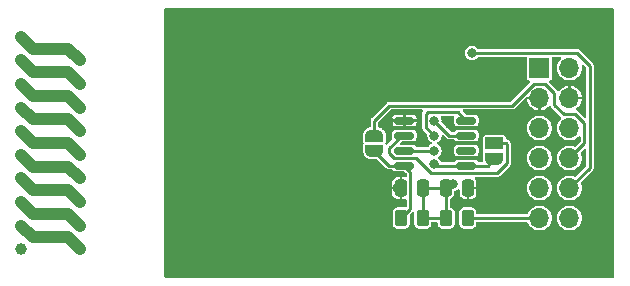
<source format=gbr>
%TF.GenerationSoftware,KiCad,Pcbnew,7.0.4*%
%TF.CreationDate,2023-05-26T13:26:56+02:00*%
%TF.ProjectId,AS4432_868,41533434-3332-45f3-9836-382e6b696361,rev?*%
%TF.SameCoordinates,Original*%
%TF.FileFunction,Copper,L2,Bot*%
%TF.FilePolarity,Positive*%
%FSLAX46Y46*%
G04 Gerber Fmt 4.6, Leading zero omitted, Abs format (unit mm)*
G04 Created by KiCad (PCBNEW 7.0.4) date 2023-05-26 13:26:56*
%MOMM*%
%LPD*%
G01*
G04 APERTURE LIST*
G04 Aperture macros list*
%AMRoundRect*
0 Rectangle with rounded corners*
0 $1 Rounding radius*
0 $2 $3 $4 $5 $6 $7 $8 $9 X,Y pos of 4 corners*
0 Add a 4 corners polygon primitive as box body*
4,1,4,$2,$3,$4,$5,$6,$7,$8,$9,$2,$3,0*
0 Add four circle primitives for the rounded corners*
1,1,$1+$1,$2,$3*
1,1,$1+$1,$4,$5*
1,1,$1+$1,$6,$7*
1,1,$1+$1,$8,$9*
0 Add four rect primitives between the rounded corners*
20,1,$1+$1,$2,$3,$4,$5,0*
20,1,$1+$1,$4,$5,$6,$7,0*
20,1,$1+$1,$6,$7,$8,$9,0*
20,1,$1+$1,$8,$9,$2,$3,0*%
%AMFreePoly0*
4,1,19,0.550000,-0.750000,0.000000,-0.750000,0.000000,-0.744911,-0.071157,-0.744911,-0.207708,-0.704816,-0.327430,-0.627875,-0.420627,-0.520320,-0.479746,-0.390866,-0.500000,-0.250000,-0.500000,0.250000,-0.479746,0.390866,-0.420627,0.520320,-0.327430,0.627875,-0.207708,0.704816,-0.071157,0.744911,0.000000,0.744911,0.000000,0.750000,0.550000,0.750000,0.550000,-0.750000,0.550000,-0.750000,
$1*%
%AMFreePoly1*
4,1,19,0.000000,0.744911,0.071157,0.744911,0.207708,0.704816,0.327430,0.627875,0.420627,0.520320,0.479746,0.390866,0.500000,0.250000,0.500000,-0.250000,0.479746,-0.390866,0.420627,-0.520320,0.327430,-0.627875,0.207708,-0.704816,0.071157,-0.744911,0.000000,-0.744911,0.000000,-0.750000,-0.550000,-0.750000,-0.550000,0.750000,0.000000,0.750000,0.000000,0.744911,0.000000,0.744911,
$1*%
%AMFreePoly2*
4,1,19,0.500000,-0.750000,0.000000,-0.750000,0.000000,-0.744911,-0.071157,-0.744911,-0.207708,-0.704816,-0.327430,-0.627875,-0.420627,-0.520320,-0.479746,-0.390866,-0.500000,-0.250000,-0.500000,0.250000,-0.479746,0.390866,-0.420627,0.520320,-0.327430,0.627875,-0.207708,0.704816,-0.071157,0.744911,0.000000,0.744911,0.000000,0.750000,0.500000,0.750000,0.500000,-0.750000,0.500000,-0.750000,
$1*%
%AMFreePoly3*
4,1,19,0.000000,0.744911,0.071157,0.744911,0.207708,0.704816,0.327430,0.627875,0.420627,0.520320,0.479746,0.390866,0.500000,0.250000,0.500000,-0.250000,0.479746,-0.390866,0.420627,-0.520320,0.327430,-0.627875,0.207708,-0.704816,0.071157,-0.744911,0.000000,-0.744911,0.000000,-0.750000,-0.500000,-0.750000,-0.500000,0.750000,0.000000,0.750000,0.000000,0.744911,0.000000,0.744911,
$1*%
G04 Aperture macros list end*
%TA.AperFunction,EtchedComponent*%
%ADD10C,1.000000*%
%TD*%
%TA.AperFunction,ComponentPad*%
%ADD11R,1.700000X1.700000*%
%TD*%
%TA.AperFunction,ComponentPad*%
%ADD12O,1.700000X1.700000*%
%TD*%
%TA.AperFunction,ComponentPad*%
%ADD13C,1.000000*%
%TD*%
%TA.AperFunction,SMDPad,CuDef*%
%ADD14RoundRect,0.250000X-0.250000X-0.475000X0.250000X-0.475000X0.250000X0.475000X-0.250000X0.475000X0*%
%TD*%
%TA.AperFunction,SMDPad,CuDef*%
%ADD15RoundRect,0.250000X-0.262500X-0.450000X0.262500X-0.450000X0.262500X0.450000X-0.262500X0.450000X0*%
%TD*%
%TA.AperFunction,SMDPad,CuDef*%
%ADD16FreePoly0,270.000000*%
%TD*%
%TA.AperFunction,SMDPad,CuDef*%
%ADD17R,1.500000X1.000000*%
%TD*%
%TA.AperFunction,SMDPad,CuDef*%
%ADD18FreePoly1,270.000000*%
%TD*%
%TA.AperFunction,SMDPad,CuDef*%
%ADD19RoundRect,0.250000X0.250000X0.475000X-0.250000X0.475000X-0.250000X-0.475000X0.250000X-0.475000X0*%
%TD*%
%TA.AperFunction,SMDPad,CuDef*%
%ADD20FreePoly2,90.000000*%
%TD*%
%TA.AperFunction,SMDPad,CuDef*%
%ADD21FreePoly3,90.000000*%
%TD*%
%TA.AperFunction,SMDPad,CuDef*%
%ADD22RoundRect,0.150000X-0.675000X-0.150000X0.675000X-0.150000X0.675000X0.150000X-0.675000X0.150000X0*%
%TD*%
%TA.AperFunction,SMDPad,CuDef*%
%ADD23RoundRect,0.250000X0.262500X0.450000X-0.262500X0.450000X-0.262500X-0.450000X0.262500X-0.450000X0*%
%TD*%
%TA.AperFunction,ViaPad*%
%ADD24C,0.800000*%
%TD*%
%TA.AperFunction,Conductor*%
%ADD25C,0.250000*%
%TD*%
G04 APERTURE END LIST*
D10*
%TO.C,AE1*%
X106960000Y-57530000D02*
X109960000Y-57530000D01*
X109960000Y-57530000D02*
X110960000Y-58530000D01*
X105960000Y-56530000D02*
X106960000Y-57530000D01*
X106960000Y-55530000D02*
X109960000Y-55530000D01*
X109960000Y-55530000D02*
X110960000Y-56530000D01*
X105960000Y-54530000D02*
X106960000Y-55530000D01*
X106960000Y-53530000D02*
X109960000Y-53530000D01*
X109960000Y-53530000D02*
X110960000Y-54530000D01*
X105960000Y-52530000D02*
X106960000Y-53530000D01*
X106960000Y-51530000D02*
X109960000Y-51530000D01*
X109960000Y-51530000D02*
X110960000Y-52530000D01*
X105960000Y-50530000D02*
X106960000Y-51530000D01*
X106960000Y-49530000D02*
X109960000Y-49530000D01*
X109960000Y-49530000D02*
X110960000Y-50530000D01*
X105960000Y-48530000D02*
X106960000Y-49530000D01*
X106960000Y-47530000D02*
X109960000Y-47530000D01*
X109960000Y-47530000D02*
X110960000Y-48530000D01*
X105960000Y-46530000D02*
X106960000Y-47530000D01*
X106960000Y-45530000D02*
X109960000Y-45530000D01*
X109960000Y-45530000D02*
X110960000Y-46530000D01*
X105960000Y-44530000D02*
X106960000Y-45530000D01*
X106960000Y-43530000D02*
X109960000Y-43530000D01*
X109960000Y-43530000D02*
X110960000Y-44530000D01*
X105960000Y-42530000D02*
X106960000Y-43530000D01*
X106960000Y-41530000D02*
X109960000Y-41530000D01*
X109960000Y-41530000D02*
X110960000Y-42530000D01*
X105960000Y-40530000D02*
X106960000Y-41530000D01*
%TD*%
D11*
%TO.P,J1,1,Pin_1*%
%TO.N,VCC*%
X149860000Y-43180000D03*
D12*
%TO.P,J1,2,Pin_2*%
X152400000Y-43180000D03*
%TO.P,J1,3,Pin_3*%
%TO.N,GND*%
X149860000Y-45720000D03*
%TO.P,J1,4,Pin_4*%
X152400000Y-45720000D03*
%TO.P,J1,5,Pin_5*%
%TO.N,SCK*%
X149860000Y-48260000D03*
%TO.P,J1,6,Pin_6*%
%TO.N,unconnected-(J1-Pin_6-Pad6)*%
X152400000Y-48260000D03*
%TO.P,J1,7,Pin_7*%
%TO.N,MISO*%
X149860000Y-50800000D03*
%TO.P,J1,8,Pin_8*%
%TO.N,nCS2*%
X152400000Y-50800000D03*
%TO.P,J1,9,Pin_9*%
%TO.N,MOSI*%
X149860000Y-53340000D03*
%TO.P,J1,10,Pin_10*%
%TO.N,nRESET*%
X152400000Y-53340000D03*
%TO.P,J1,11,Pin_11*%
%TO.N,nCS*%
X149860000Y-55880000D03*
%TO.P,J1,12,Pin_12*%
%TO.N,IRQ*%
X152400000Y-55880000D03*
%TD*%
D13*
%TO.P,AE1,*%
%TO.N,*%
X105960000Y-58530000D03*
X110960000Y-58530000D03*
X105960000Y-56530000D03*
X110960000Y-56530000D03*
X105960000Y-54530000D03*
X110960000Y-54530000D03*
X105960000Y-52530000D03*
X110960000Y-52530000D03*
X105960000Y-50530000D03*
X110960000Y-50530000D03*
X105960000Y-48530000D03*
X110960000Y-48530000D03*
X105960000Y-46530000D03*
X110960000Y-46530000D03*
X105960000Y-44530000D03*
X110960000Y-44530000D03*
X105960000Y-42530000D03*
X110960000Y-42530000D03*
X105960000Y-40530000D03*
%TD*%
D14*
%TO.P,C1,1*%
%TO.N,VCC*%
X141925000Y-53340000D03*
%TO.P,C1,2*%
%TO.N,GND*%
X143825000Y-53340000D03*
%TD*%
D15*
%TO.P,R2,1*%
%TO.N,VCC*%
X141962500Y-55880000D03*
%TO.P,R2,2*%
%TO.N,nCS*%
X143787500Y-55880000D03*
%TD*%
D16*
%TO.P,JP1,1,A*%
%TO.N,GND*%
X146050000Y-48260000D03*
D17*
%TO.P,JP1,2,C*%
%TO.N,Net-(JP1-C)*%
X146050000Y-49560000D03*
D18*
%TO.P,JP1,3,B*%
%TO.N,VCC*%
X146050000Y-50860000D03*
%TD*%
D19*
%TO.P,C2,1*%
%TO.N,VCC*%
X140015000Y-53340000D03*
%TO.P,C2,2*%
%TO.N,GND*%
X138115000Y-53340000D03*
%TD*%
D20*
%TO.P,JP2,1,A*%
%TO.N,nCS_Flash*%
X135890000Y-50195000D03*
D21*
%TO.P,JP2,2,B*%
%TO.N,nCS2*%
X135890000Y-48895000D03*
%TD*%
D22*
%TO.P,U2,1,~{CS}*%
%TO.N,nCS_Flash*%
X138430000Y-51435000D03*
%TO.P,U2,2,O1/SO*%
%TO.N,MISO*%
X138430000Y-50165000D03*
%TO.P,U2,3,~{WP}*%
%TO.N,Net-(JP1-C)*%
X138430000Y-48895000D03*
%TO.P,U2,4,VSS*%
%TO.N,GND*%
X138430000Y-47625000D03*
%TO.P,U2,5,SI/IO0*%
%TO.N,MOSI*%
X143680000Y-47625000D03*
%TO.P,U2,6,SCLK*%
%TO.N,SCK*%
X143680000Y-48895000D03*
%TO.P,U2,7,NC*%
%TO.N,unconnected-(U2-NC-Pad7)*%
X143680000Y-50165000D03*
%TO.P,U2,8,VCC*%
%TO.N,VCC*%
X143680000Y-51435000D03*
%TD*%
D23*
%TO.P,R1,1*%
%TO.N,VCC*%
X139977500Y-55880000D03*
%TO.P,R1,2*%
%TO.N,nCS_Flash*%
X138152500Y-55880000D03*
%TD*%
D24*
%TO.N,GND*%
X155575000Y-56515000D03*
X125095000Y-60325000D03*
X141605000Y-38735000D03*
X142875000Y-60325000D03*
X155575000Y-41275000D03*
X153035000Y-38735000D03*
X120015000Y-38735000D03*
X128905000Y-38735000D03*
X145415000Y-54610000D03*
X155575000Y-50165000D03*
X145415000Y-57150000D03*
X131445000Y-60325000D03*
X140335000Y-60325000D03*
X123825000Y-38735000D03*
X153035000Y-60325000D03*
X148590000Y-49530000D03*
X121285000Y-38735000D03*
X132715000Y-38735000D03*
X133985000Y-38735000D03*
X155575000Y-38735000D03*
X133985000Y-60325000D03*
X155575000Y-47625000D03*
X136525000Y-60325000D03*
X155575000Y-57785000D03*
X154305000Y-38735000D03*
X121285000Y-60325000D03*
X155575000Y-60325000D03*
X126365000Y-38735000D03*
X118745000Y-60325000D03*
X146685000Y-60325000D03*
X147955000Y-38735000D03*
X155575000Y-40005000D03*
X145415000Y-60325000D03*
X155575000Y-53975000D03*
X150495000Y-60325000D03*
X130175000Y-60325000D03*
X144145000Y-60325000D03*
X155575000Y-51435000D03*
X154305000Y-60325000D03*
X144145000Y-38735000D03*
X120015000Y-60325000D03*
X123825000Y-60325000D03*
X155575000Y-59055000D03*
X147955000Y-43180000D03*
X145415000Y-38735000D03*
X135255000Y-38735000D03*
X131445000Y-38735000D03*
X139065000Y-38735000D03*
X151765000Y-60325000D03*
X122555000Y-38735000D03*
X155575000Y-52705000D03*
X155575000Y-42545000D03*
X136525000Y-38735000D03*
X118745000Y-38735000D03*
X140335000Y-38735000D03*
X128905000Y-60325000D03*
X137160000Y-47625000D03*
X130175000Y-38735000D03*
X139065000Y-60325000D03*
X141605000Y-60325000D03*
X142875000Y-38735000D03*
X155575000Y-43815000D03*
X155575000Y-55245000D03*
X146685000Y-38735000D03*
X155575000Y-46355000D03*
X155575000Y-48895000D03*
X149225000Y-60325000D03*
X132715000Y-60325000D03*
X150495000Y-38735000D03*
X137795000Y-38735000D03*
X155575000Y-45085000D03*
X147955000Y-60325000D03*
X149225000Y-38735000D03*
X137795000Y-60325000D03*
X127635000Y-60325000D03*
X125095000Y-38735000D03*
X122555000Y-60325000D03*
X151765000Y-38735000D03*
X127635000Y-38735000D03*
X126365000Y-60325000D03*
X135255000Y-60325000D03*
X137795000Y-53340000D03*
%TO.N,nRESET*%
X144145000Y-41910000D03*
%TO.N,nCS*%
X143787500Y-55880000D03*
%TO.N,SCK*%
X140970000Y-47625000D03*
%TO.N,MOSI*%
X140970000Y-48895000D03*
%TO.N,MISO*%
X140970000Y-50165000D03*
%TO.N,VCC*%
X140970000Y-51345500D03*
X142568418Y-52997863D03*
%TD*%
D25*
%TO.N,nRESET*%
X154120000Y-51620000D02*
X154120000Y-42995000D01*
X154120000Y-42995000D02*
X153035000Y-41910000D01*
X153035000Y-41910000D02*
X144145000Y-41910000D01*
X152400000Y-53340000D02*
X154120000Y-51620000D01*
%TO.N,nCS*%
X143787500Y-55880000D02*
X149860000Y-55880000D01*
%TO.N,SCK*%
X142240000Y-48895000D02*
X143680000Y-48895000D01*
X140970000Y-47625000D02*
X142240000Y-48895000D01*
%TO.N,MOSI*%
X142955000Y-46900000D02*
X140425000Y-46900000D01*
X140245000Y-48170000D02*
X140970000Y-48895000D01*
X143680000Y-47625000D02*
X142955000Y-46900000D01*
X140245000Y-47080000D02*
X140245000Y-48170000D01*
X140425000Y-46900000D02*
X140245000Y-47080000D01*
%TO.N,MISO*%
X140970000Y-50165000D02*
X138430000Y-50165000D01*
%TO.N,VCC*%
X146050000Y-50860000D02*
X145475000Y-51435000D01*
X143680000Y-51435000D02*
X141059500Y-51435000D01*
X140335000Y-53340000D02*
X140015000Y-53340000D01*
X141962500Y-55880000D02*
X139977500Y-55880000D01*
X142267137Y-52997863D02*
X141925000Y-53340000D01*
X141925000Y-53340000D02*
X141962500Y-53377500D01*
X142568418Y-52997863D02*
X142267137Y-52997863D01*
X139977500Y-55880000D02*
X139977500Y-53377500D01*
X141059500Y-51435000D02*
X140970000Y-51345500D01*
X139977500Y-53377500D02*
X140015000Y-53340000D01*
X141962500Y-53377500D02*
X141962500Y-55880000D01*
X141925000Y-53340000D02*
X140015000Y-53340000D01*
X145475000Y-51435000D02*
X143680000Y-51435000D01*
%TO.N,Net-(JP1-C)*%
X137578249Y-50810000D02*
X139409195Y-50810000D01*
X137160000Y-50391751D02*
X137578249Y-50810000D01*
X147125000Y-51201727D02*
X147125000Y-49635000D01*
X147125000Y-49635000D02*
X147050000Y-49560000D01*
X146256227Y-52070500D02*
X147125000Y-51201727D01*
X138203249Y-48895000D02*
X137160000Y-49938249D01*
X147050000Y-49560000D02*
X146050000Y-49560000D01*
X140669695Y-52070500D02*
X146256227Y-52070500D01*
X139409195Y-50810000D02*
X140669695Y-52070500D01*
X138430000Y-48895000D02*
X138203249Y-48895000D01*
X137160000Y-49938249D02*
X137160000Y-50391751D01*
%TO.N,nCS2*%
X137160000Y-46355000D02*
X147563299Y-46355000D01*
X135890000Y-47625000D02*
X137160000Y-46355000D01*
X135890000Y-48895000D02*
X135890000Y-47625000D01*
X153670000Y-49530000D02*
X152400000Y-50800000D01*
X151130698Y-46302399D02*
X151913299Y-47085000D01*
X153670000Y-47868299D02*
X153670000Y-49530000D01*
X151913299Y-47085000D02*
X152886701Y-47085000D01*
X152886701Y-47085000D02*
X153670000Y-47868299D01*
X149373299Y-44545000D02*
X150346701Y-44545000D01*
X147563299Y-46355000D02*
X149373299Y-44545000D01*
X151130698Y-45328997D02*
X151130698Y-46302399D01*
X150346701Y-44545000D02*
X151130698Y-45328997D01*
%TO.N,nCS_Flash*%
X137130000Y-51435000D02*
X135890000Y-50195000D01*
X138430000Y-51435000D02*
X138940000Y-51945000D01*
X138430000Y-51435000D02*
X137130000Y-51435000D01*
X138940000Y-55092500D02*
X138152500Y-55880000D01*
X138940000Y-51945000D02*
X138940000Y-55092500D01*
%TD*%
%TA.AperFunction,Conductor*%
%TO.N,GND*%
G36*
X140000908Y-46699407D02*
G01*
X140036872Y-46748907D01*
X140036872Y-46810093D01*
X140006353Y-46855338D01*
X139991806Y-46867544D01*
X139971292Y-46903075D01*
X139968972Y-46906716D01*
X139945446Y-46940316D01*
X139945442Y-46940324D01*
X139945051Y-46941786D01*
X139935170Y-46965640D01*
X139934414Y-46966948D01*
X139934410Y-46966960D01*
X139927287Y-47007349D01*
X139926353Y-47011564D01*
X139915736Y-47051187D01*
X139915736Y-47051193D01*
X139919312Y-47092072D01*
X139919500Y-47096373D01*
X139919500Y-48153625D01*
X139919312Y-48157927D01*
X139915736Y-48198807D01*
X139921030Y-48218567D01*
X139926354Y-48238436D01*
X139927289Y-48242652D01*
X139934411Y-48283045D01*
X139935164Y-48284348D01*
X139945054Y-48308224D01*
X139945443Y-48309679D01*
X139945446Y-48309684D01*
X139968971Y-48343281D01*
X139971292Y-48346924D01*
X139991806Y-48382455D01*
X140023224Y-48408818D01*
X140026410Y-48411737D01*
X140346706Y-48732032D01*
X140374483Y-48786549D01*
X140374855Y-48814957D01*
X140364318Y-48894998D01*
X140364318Y-48895000D01*
X140384955Y-49051758D01*
X140384957Y-49051766D01*
X140445462Y-49197838D01*
X140445462Y-49197839D01*
X140535810Y-49315583D01*
X140541718Y-49323282D01*
X140541722Y-49323285D01*
X140541723Y-49323286D01*
X140667159Y-49419536D01*
X140713028Y-49438536D01*
X140759554Y-49478273D01*
X140773837Y-49537768D01*
X140750422Y-49594296D01*
X140713028Y-49621464D01*
X140667160Y-49640463D01*
X140541723Y-49736713D01*
X140541714Y-49736722D01*
X140503794Y-49786141D01*
X140494262Y-49798565D01*
X140492572Y-49800767D01*
X140442148Y-49835423D01*
X140414030Y-49839500D01*
X139466188Y-49839500D01*
X139407997Y-49820593D01*
X139396184Y-49810504D01*
X139394198Y-49808518D01*
X139394198Y-49808517D01*
X139311483Y-49725802D01*
X139311467Y-49725794D01*
X139206395Y-49674427D01*
X139179139Y-49670456D01*
X139138260Y-49664500D01*
X139138257Y-49664500D01*
X138133083Y-49664500D01*
X138074892Y-49645593D01*
X138038928Y-49596093D01*
X138038928Y-49534907D01*
X138063079Y-49495496D01*
X138134079Y-49424496D01*
X138188596Y-49396719D01*
X138204083Y-49395500D01*
X139138257Y-49395500D01*
X139138260Y-49395500D01*
X139206393Y-49385573D01*
X139311483Y-49334198D01*
X139394198Y-49251483D01*
X139445573Y-49146393D01*
X139455500Y-49078260D01*
X139455500Y-48711740D01*
X139445573Y-48643607D01*
X139394198Y-48538517D01*
X139311483Y-48455802D01*
X139307161Y-48453689D01*
X139206395Y-48404427D01*
X139179139Y-48400456D01*
X139138260Y-48394500D01*
X137721740Y-48394500D01*
X137687673Y-48399463D01*
X137653604Y-48404427D01*
X137548518Y-48455801D01*
X137465801Y-48538518D01*
X137414427Y-48643604D01*
X137414427Y-48643607D01*
X137404500Y-48711740D01*
X137404500Y-49078260D01*
X137409870Y-49115118D01*
X137414428Y-49146401D01*
X137415009Y-49148280D01*
X137414981Y-49150191D01*
X137415536Y-49154000D01*
X137414924Y-49154089D01*
X137414116Y-49209458D01*
X137390422Y-49247499D01*
X136989953Y-49647968D01*
X136935436Y-49675745D01*
X136875004Y-49666174D01*
X136831739Y-49622909D01*
X136829002Y-49616971D01*
X136817664Y-49600003D01*
X136801054Y-49541115D01*
X136817664Y-49489997D01*
X136828867Y-49473231D01*
X136844428Y-49395000D01*
X136844428Y-48823111D01*
X136836147Y-48765517D01*
X136795640Y-48627562D01*
X136771469Y-48574634D01*
X136768170Y-48569500D01*
X136693744Y-48453689D01*
X136693738Y-48453681D01*
X136655639Y-48409713D01*
X136655638Y-48409712D01*
X136655632Y-48409705D01*
X136655622Y-48409696D01*
X136546976Y-48315554D01*
X136546963Y-48315545D01*
X136498032Y-48284099D01*
X136498019Y-48284092D01*
X136473211Y-48272763D01*
X136367238Y-48224366D01*
X136367233Y-48224364D01*
X136367232Y-48224364D01*
X136311409Y-48207973D01*
X136300407Y-48206391D01*
X136245500Y-48179392D01*
X136216949Y-48125276D01*
X136215500Y-48108399D01*
X136215500Y-47808216D01*
X137405001Y-47808216D01*
X137414912Y-47876250D01*
X137466214Y-47981188D01*
X137548812Y-48063786D01*
X137653751Y-48115087D01*
X137721784Y-48124999D01*
X138329998Y-48124999D01*
X138330000Y-48124997D01*
X138330000Y-47725001D01*
X138329999Y-47725000D01*
X138530000Y-47725000D01*
X138530000Y-48124997D01*
X138530001Y-48124999D01*
X139138213Y-48124999D01*
X139138216Y-48124998D01*
X139206250Y-48115087D01*
X139311188Y-48063785D01*
X139393786Y-47981187D01*
X139445087Y-47876248D01*
X139455000Y-47808215D01*
X139455000Y-47725000D01*
X138530000Y-47725000D01*
X138329999Y-47725000D01*
X137405002Y-47725000D01*
X137405001Y-47725001D01*
X137405001Y-47808216D01*
X136215500Y-47808216D01*
X136215500Y-47800834D01*
X136234407Y-47742643D01*
X136244496Y-47730830D01*
X136450327Y-47524999D01*
X137405000Y-47524999D01*
X137405001Y-47525000D01*
X138329999Y-47525000D01*
X138330000Y-47524999D01*
X138530000Y-47524999D01*
X138530001Y-47525000D01*
X139454998Y-47525000D01*
X139454999Y-47524999D01*
X139454999Y-47441786D01*
X139454998Y-47441783D01*
X139445087Y-47373749D01*
X139393785Y-47268811D01*
X139311187Y-47186213D01*
X139206248Y-47134912D01*
X139138216Y-47125000D01*
X138530001Y-47125000D01*
X138530000Y-47125001D01*
X138530000Y-47524999D01*
X138330000Y-47524999D01*
X138330000Y-47125001D01*
X138329999Y-47125000D01*
X137721786Y-47125000D01*
X137721783Y-47125001D01*
X137653749Y-47134912D01*
X137548811Y-47186214D01*
X137466213Y-47268812D01*
X137414912Y-47373751D01*
X137405000Y-47441784D01*
X137405000Y-47524999D01*
X136450327Y-47524999D01*
X137265831Y-46709496D01*
X137320348Y-46681719D01*
X137335835Y-46680500D01*
X139942717Y-46680500D01*
X140000908Y-46699407D01*
G37*
%TD.AperFunction*%
%TA.AperFunction,Conductor*%
G36*
X151676468Y-42254407D02*
G01*
X151712432Y-42303907D01*
X151712432Y-42365093D01*
X151681082Y-42411028D01*
X151653595Y-42433585D01*
X151653585Y-42433595D01*
X151522316Y-42593547D01*
X151424768Y-42776045D01*
X151364699Y-42974065D01*
X151364698Y-42974070D01*
X151344417Y-43179996D01*
X151344417Y-43180003D01*
X151364698Y-43385929D01*
X151364699Y-43385934D01*
X151424768Y-43583954D01*
X151522316Y-43766452D01*
X151653585Y-43926404D01*
X151653590Y-43926410D01*
X151653595Y-43926414D01*
X151813547Y-44057683D01*
X151813548Y-44057683D01*
X151813550Y-44057685D01*
X151996046Y-44155232D01*
X152133996Y-44197078D01*
X152194065Y-44215300D01*
X152194070Y-44215301D01*
X152399997Y-44235583D01*
X152400000Y-44235583D01*
X152400003Y-44235583D01*
X152605929Y-44215301D01*
X152605934Y-44215300D01*
X152605933Y-44215299D01*
X152803954Y-44155232D01*
X152986450Y-44057685D01*
X153146410Y-43926410D01*
X153277685Y-43766450D01*
X153375232Y-43583954D01*
X153435300Y-43385934D01*
X153435301Y-43385929D01*
X153455583Y-43180003D01*
X153455583Y-43179997D01*
X153440194Y-43023754D01*
X153453306Y-42963990D01*
X153499043Y-42923347D01*
X153559933Y-42917350D01*
X153608721Y-42944046D01*
X153765504Y-43100829D01*
X153793281Y-43155346D01*
X153794500Y-43170833D01*
X153794500Y-47293464D01*
X153775593Y-47351655D01*
X153726093Y-47387619D01*
X153664907Y-47387619D01*
X153625496Y-47363468D01*
X153128442Y-46866414D01*
X153125523Y-46863229D01*
X153099157Y-46831806D01*
X153076519Y-46818736D01*
X153063619Y-46811288D01*
X153059989Y-46808975D01*
X153026385Y-46785446D01*
X153026380Y-46785443D01*
X153024925Y-46785054D01*
X153001049Y-46775164D01*
X152992245Y-46770081D01*
X152993367Y-46768136D01*
X152954627Y-46737861D01*
X152937769Y-46679044D01*
X152958702Y-46621551D01*
X152982933Y-46601197D01*
X152982118Y-46599977D01*
X152986170Y-46597268D01*
X153146050Y-46466059D01*
X153146059Y-46466050D01*
X153277268Y-46306170D01*
X153277275Y-46306160D01*
X153374765Y-46123767D01*
X153374767Y-46123762D01*
X153434808Y-45925836D01*
X153434809Y-45925831D01*
X153445232Y-45820000D01*
X152891746Y-45820000D01*
X152900000Y-45791889D01*
X152900000Y-45648111D01*
X152891746Y-45620000D01*
X153445232Y-45620000D01*
X153445232Y-45619999D01*
X153434809Y-45514168D01*
X153434808Y-45514163D01*
X153374767Y-45316237D01*
X153374765Y-45316232D01*
X153277275Y-45133839D01*
X153277268Y-45133829D01*
X153146059Y-44973949D01*
X153146050Y-44973940D01*
X152986170Y-44842731D01*
X152986160Y-44842724D01*
X152803767Y-44745234D01*
X152803762Y-44745232D01*
X152605836Y-44685191D01*
X152605831Y-44685190D01*
X152500000Y-44674767D01*
X152500000Y-45229235D01*
X152435763Y-45220000D01*
X152364237Y-45220000D01*
X152300000Y-45229235D01*
X152300000Y-44674767D01*
X152299999Y-44674767D01*
X152194168Y-44685190D01*
X152194163Y-44685191D01*
X151996237Y-44745232D01*
X151996232Y-44745234D01*
X151813839Y-44842724D01*
X151813829Y-44842731D01*
X151653949Y-44973940D01*
X151653940Y-44973949D01*
X151536936Y-45116519D01*
X151485404Y-45149506D01*
X151424325Y-45145904D01*
X151390779Y-45121808D01*
X151390527Y-45122109D01*
X151386538Y-45118762D01*
X151384568Y-45117347D01*
X151383893Y-45116542D01*
X151365106Y-45100779D01*
X151352469Y-45090175D01*
X151349292Y-45087263D01*
X150661531Y-44399504D01*
X150633754Y-44344987D01*
X150643325Y-44284555D01*
X150686590Y-44241290D01*
X150725019Y-44232064D01*
X150724912Y-44230976D01*
X150729738Y-44230500D01*
X150729748Y-44230500D01*
X150788231Y-44218867D01*
X150854552Y-44174552D01*
X150898867Y-44108231D01*
X150910500Y-44049748D01*
X150910500Y-42334499D01*
X150929407Y-42276309D01*
X150978907Y-42240345D01*
X151009500Y-42235500D01*
X151618277Y-42235500D01*
X151676468Y-42254407D01*
G37*
%TD.AperFunction*%
%TA.AperFunction,Conductor*%
G36*
X156143691Y-38144407D02*
G01*
X156179655Y-38193907D01*
X156184500Y-38224500D01*
X156184500Y-60835500D01*
X156165593Y-60893691D01*
X156116093Y-60929655D01*
X156085500Y-60934500D01*
X118209000Y-60934500D01*
X118150809Y-60915593D01*
X118114845Y-60866093D01*
X118110000Y-60835500D01*
X118110000Y-53869203D01*
X137415001Y-53869203D01*
X137417850Y-53899600D01*
X137417850Y-53899602D01*
X137462654Y-54027647D01*
X137543207Y-54136790D01*
X137543209Y-54136792D01*
X137652352Y-54217345D01*
X137780398Y-54262149D01*
X137810789Y-54264999D01*
X138014998Y-54264999D01*
X138015000Y-54264997D01*
X138015000Y-53440000D01*
X137415002Y-53440000D01*
X137415001Y-53440001D01*
X137415001Y-53869203D01*
X118110000Y-53869203D01*
X118110000Y-53239999D01*
X137415000Y-53239999D01*
X137415001Y-53240000D01*
X138014999Y-53240000D01*
X138015000Y-53239999D01*
X138015000Y-52415001D01*
X138014999Y-52415000D01*
X137810796Y-52415000D01*
X137780399Y-52417850D01*
X137780397Y-52417850D01*
X137652352Y-52462654D01*
X137543209Y-52543207D01*
X137543207Y-52543209D01*
X137462654Y-52652352D01*
X137417850Y-52780398D01*
X137415000Y-52810788D01*
X137415000Y-53239999D01*
X118110000Y-53239999D01*
X118110000Y-50266889D01*
X134935572Y-50266889D01*
X134936481Y-50273213D01*
X134943852Y-50324479D01*
X134943853Y-50324484D01*
X134972063Y-50420558D01*
X134984360Y-50462438D01*
X134997175Y-50490500D01*
X135008532Y-50515368D01*
X135008536Y-50515375D01*
X135086255Y-50636310D01*
X135086261Y-50636318D01*
X135086263Y-50636320D01*
X135124368Y-50680295D01*
X135124375Y-50680301D01*
X135124377Y-50680303D01*
X135233023Y-50774445D01*
X135233036Y-50774454D01*
X135281967Y-50805900D01*
X135281971Y-50805902D01*
X135281977Y-50805906D01*
X135412762Y-50865634D01*
X135468592Y-50882027D01*
X135516030Y-50888847D01*
X135610903Y-50902489D01*
X135610907Y-50902489D01*
X135669095Y-50902489D01*
X135678261Y-50901170D01*
X135683373Y-50900435D01*
X135697463Y-50899428D01*
X136082537Y-50899428D01*
X136096628Y-50900436D01*
X136108958Y-50902209D01*
X136163865Y-50929206D01*
X136164871Y-50930197D01*
X136888257Y-51653584D01*
X136891175Y-51656769D01*
X136916034Y-51686393D01*
X136917545Y-51688194D01*
X136953073Y-51708706D01*
X136956712Y-51711025D01*
X136990311Y-51734551D01*
X136990313Y-51734552D01*
X136990316Y-51734554D01*
X136991767Y-51734942D01*
X137015659Y-51744840D01*
X137016186Y-51745143D01*
X137016955Y-51745588D01*
X137057351Y-51752710D01*
X137061548Y-51753640D01*
X137101193Y-51764264D01*
X137142077Y-51760687D01*
X137146377Y-51760500D01*
X137393812Y-51760500D01*
X137452003Y-51779407D01*
X137463816Y-51789496D01*
X137465801Y-51791481D01*
X137465802Y-51791483D01*
X137548517Y-51874198D01*
X137554337Y-51877043D01*
X137653604Y-51925572D01*
X137653605Y-51925572D01*
X137653607Y-51925573D01*
X137721740Y-51935500D01*
X138429167Y-51935500D01*
X138487358Y-51954407D01*
X138499170Y-51964496D01*
X138585503Y-52050828D01*
X138613281Y-52105344D01*
X138614500Y-52120832D01*
X138614500Y-52336022D01*
X138595593Y-52394213D01*
X138546093Y-52430177D01*
X138484907Y-52430177D01*
X138482805Y-52429467D01*
X138449604Y-52417850D01*
X138419211Y-52415000D01*
X138215001Y-52415000D01*
X138215000Y-52415001D01*
X138215000Y-54264997D01*
X138215001Y-54264999D01*
X138419203Y-54264999D01*
X138449600Y-54262149D01*
X138449601Y-54262149D01*
X138482803Y-54250532D01*
X138543973Y-54249160D01*
X138594267Y-54284004D01*
X138614475Y-54341756D01*
X138614500Y-54343977D01*
X138614500Y-54884471D01*
X138595593Y-54942662D01*
X138546093Y-54978626D01*
X138505909Y-54980629D01*
X138505695Y-54982916D01*
X138469274Y-54979500D01*
X138469266Y-54979500D01*
X137835734Y-54979500D01*
X137835725Y-54979500D01*
X137805305Y-54982353D01*
X137805296Y-54982355D01*
X137677116Y-55027207D01*
X137567855Y-55107845D01*
X137567845Y-55107855D01*
X137487207Y-55217116D01*
X137442355Y-55345296D01*
X137442353Y-55345305D01*
X137439500Y-55375725D01*
X137439500Y-56384274D01*
X137442353Y-56414694D01*
X137442355Y-56414703D01*
X137487207Y-56542883D01*
X137567845Y-56652144D01*
X137567847Y-56652146D01*
X137567850Y-56652150D01*
X137567853Y-56652152D01*
X137567855Y-56652154D01*
X137677116Y-56732792D01*
X137677117Y-56732792D01*
X137677118Y-56732793D01*
X137805301Y-56777646D01*
X137835725Y-56780499D01*
X137835727Y-56780500D01*
X137835734Y-56780500D01*
X138469273Y-56780500D01*
X138469273Y-56780499D01*
X138499699Y-56777646D01*
X138627882Y-56732793D01*
X138737150Y-56652150D01*
X138817793Y-56542882D01*
X138862646Y-56414699D01*
X138865499Y-56384273D01*
X138865500Y-56384273D01*
X138865500Y-55668333D01*
X138884407Y-55610142D01*
X138894490Y-55598335D01*
X139095498Y-55397327D01*
X139150013Y-55369552D01*
X139210445Y-55379123D01*
X139253710Y-55422388D01*
X139264500Y-55467333D01*
X139264500Y-56384274D01*
X139267353Y-56414694D01*
X139267355Y-56414703D01*
X139312207Y-56542883D01*
X139392845Y-56652144D01*
X139392847Y-56652146D01*
X139392850Y-56652150D01*
X139392853Y-56652152D01*
X139392855Y-56652154D01*
X139502116Y-56732792D01*
X139502117Y-56732792D01*
X139502118Y-56732793D01*
X139630301Y-56777646D01*
X139660725Y-56780499D01*
X139660727Y-56780500D01*
X139660734Y-56780500D01*
X140294273Y-56780500D01*
X140294273Y-56780499D01*
X140324699Y-56777646D01*
X140452882Y-56732793D01*
X140562150Y-56652150D01*
X140642793Y-56542882D01*
X140687646Y-56414699D01*
X140690499Y-56384273D01*
X140690500Y-56384273D01*
X140690500Y-56304500D01*
X140709407Y-56246309D01*
X140758907Y-56210345D01*
X140789500Y-56205500D01*
X141150500Y-56205500D01*
X141208691Y-56224407D01*
X141244655Y-56273907D01*
X141249500Y-56304500D01*
X141249500Y-56384274D01*
X141252353Y-56414694D01*
X141252355Y-56414703D01*
X141297207Y-56542883D01*
X141377845Y-56652144D01*
X141377847Y-56652146D01*
X141377850Y-56652150D01*
X141377853Y-56652152D01*
X141377855Y-56652154D01*
X141487116Y-56732792D01*
X141487117Y-56732792D01*
X141487118Y-56732793D01*
X141615301Y-56777646D01*
X141645725Y-56780499D01*
X141645727Y-56780500D01*
X141645734Y-56780500D01*
X142279273Y-56780500D01*
X142279273Y-56780499D01*
X142309699Y-56777646D01*
X142437882Y-56732793D01*
X142547150Y-56652150D01*
X142627793Y-56542882D01*
X142672646Y-56414699D01*
X142675499Y-56384274D01*
X143074500Y-56384274D01*
X143077353Y-56414694D01*
X143077355Y-56414703D01*
X143122207Y-56542883D01*
X143202845Y-56652144D01*
X143202847Y-56652146D01*
X143202850Y-56652150D01*
X143202853Y-56652152D01*
X143202855Y-56652154D01*
X143312116Y-56732792D01*
X143312117Y-56732792D01*
X143312118Y-56732793D01*
X143440301Y-56777646D01*
X143470725Y-56780499D01*
X143470727Y-56780500D01*
X143470734Y-56780500D01*
X144104273Y-56780500D01*
X144104273Y-56780499D01*
X144134699Y-56777646D01*
X144262882Y-56732793D01*
X144372150Y-56652150D01*
X144452793Y-56542882D01*
X144497646Y-56414699D01*
X144500499Y-56384273D01*
X144500500Y-56384273D01*
X144500500Y-56304500D01*
X144519407Y-56246309D01*
X144568907Y-56210345D01*
X144599500Y-56205500D01*
X148787546Y-56205500D01*
X148845737Y-56224407D01*
X148881701Y-56273907D01*
X148882267Y-56275709D01*
X148884768Y-56283954D01*
X148884769Y-56283956D01*
X148982316Y-56466452D01*
X149113585Y-56626404D01*
X149113590Y-56626410D01*
X149113595Y-56626414D01*
X149273547Y-56757683D01*
X149273548Y-56757683D01*
X149273550Y-56757685D01*
X149456046Y-56855232D01*
X149593996Y-56897078D01*
X149654065Y-56915300D01*
X149654070Y-56915301D01*
X149859997Y-56935583D01*
X149860000Y-56935583D01*
X149860003Y-56935583D01*
X150065929Y-56915301D01*
X150065934Y-56915300D01*
X150263954Y-56855232D01*
X150446450Y-56757685D01*
X150606410Y-56626410D01*
X150737685Y-56466450D01*
X150835232Y-56283954D01*
X150895300Y-56085934D01*
X150895301Y-56085929D01*
X150915583Y-55880003D01*
X151344417Y-55880003D01*
X151364698Y-56085929D01*
X151364699Y-56085934D01*
X151424768Y-56283954D01*
X151522316Y-56466452D01*
X151653585Y-56626404D01*
X151653590Y-56626410D01*
X151653595Y-56626414D01*
X151813547Y-56757683D01*
X151813548Y-56757683D01*
X151813550Y-56757685D01*
X151996046Y-56855232D01*
X152133996Y-56897078D01*
X152194065Y-56915300D01*
X152194070Y-56915301D01*
X152399997Y-56935583D01*
X152400000Y-56935583D01*
X152400003Y-56935583D01*
X152605929Y-56915301D01*
X152605934Y-56915300D01*
X152605933Y-56915299D01*
X152803954Y-56855232D01*
X152986450Y-56757685D01*
X153146410Y-56626410D01*
X153277685Y-56466450D01*
X153375232Y-56283954D01*
X153435300Y-56085934D01*
X153435301Y-56085929D01*
X153455583Y-55880003D01*
X153455583Y-55879996D01*
X153435301Y-55674070D01*
X153435300Y-55674065D01*
X153399030Y-55554500D01*
X153375232Y-55476046D01*
X153277685Y-55293550D01*
X153256353Y-55267557D01*
X153146414Y-55133595D01*
X153146410Y-55133590D01*
X153115046Y-55107850D01*
X152986452Y-55002316D01*
X152803954Y-54904768D01*
X152605934Y-54844699D01*
X152605929Y-54844698D01*
X152400003Y-54824417D01*
X152399997Y-54824417D01*
X152194070Y-54844698D01*
X152194065Y-54844699D01*
X151996045Y-54904768D01*
X151813547Y-55002316D01*
X151653595Y-55133585D01*
X151653585Y-55133595D01*
X151522316Y-55293547D01*
X151424768Y-55476045D01*
X151364699Y-55674065D01*
X151364698Y-55674070D01*
X151344417Y-55879996D01*
X151344417Y-55880003D01*
X150915583Y-55880003D01*
X150915583Y-55879996D01*
X150895301Y-55674070D01*
X150895300Y-55674065D01*
X150859030Y-55554500D01*
X150835232Y-55476046D01*
X150737685Y-55293550D01*
X150716353Y-55267557D01*
X150606414Y-55133595D01*
X150606410Y-55133590D01*
X150575046Y-55107850D01*
X150446452Y-55002316D01*
X150263954Y-54904768D01*
X150065934Y-54844699D01*
X150065929Y-54844698D01*
X149860003Y-54824417D01*
X149859997Y-54824417D01*
X149654070Y-54844698D01*
X149654065Y-54844699D01*
X149456045Y-54904768D01*
X149273547Y-55002316D01*
X149113595Y-55133585D01*
X149113585Y-55133595D01*
X148982316Y-55293547D01*
X148884769Y-55476043D01*
X148884768Y-55476045D01*
X148884768Y-55476046D01*
X148882282Y-55484241D01*
X148847297Y-55534436D01*
X148789488Y-55554481D01*
X148787546Y-55554500D01*
X144599500Y-55554500D01*
X144541309Y-55535593D01*
X144505345Y-55486093D01*
X144500500Y-55455500D01*
X144500500Y-55375727D01*
X144500499Y-55375725D01*
X144497646Y-55345305D01*
X144497646Y-55345301D01*
X144452793Y-55217118D01*
X144391143Y-55133585D01*
X144372154Y-55107855D01*
X144372152Y-55107853D01*
X144372150Y-55107850D01*
X144372146Y-55107847D01*
X144372144Y-55107845D01*
X144262883Y-55027207D01*
X144134703Y-54982355D01*
X144134694Y-54982353D01*
X144104274Y-54979500D01*
X144104266Y-54979500D01*
X143470734Y-54979500D01*
X143470725Y-54979500D01*
X143440305Y-54982353D01*
X143440296Y-54982355D01*
X143312116Y-55027207D01*
X143202855Y-55107845D01*
X143202845Y-55107855D01*
X143122207Y-55217116D01*
X143077355Y-55345296D01*
X143077353Y-55345305D01*
X143074500Y-55375725D01*
X143074500Y-56384274D01*
X142675499Y-56384274D01*
X142675499Y-56384273D01*
X142675500Y-56384273D01*
X142675500Y-55375726D01*
X142675499Y-55375725D01*
X142672646Y-55345305D01*
X142672646Y-55345301D01*
X142627793Y-55217118D01*
X142566143Y-55133585D01*
X142547154Y-55107855D01*
X142547152Y-55107853D01*
X142547150Y-55107850D01*
X142547146Y-55107847D01*
X142547144Y-55107845D01*
X142437884Y-55027207D01*
X142354301Y-54997960D01*
X142305621Y-54960894D01*
X142288000Y-54904516D01*
X142288000Y-54322987D01*
X142306907Y-54264796D01*
X142354301Y-54229543D01*
X142387882Y-54217793D01*
X142388029Y-54217685D01*
X142424304Y-54190912D01*
X142497150Y-54137150D01*
X142577793Y-54027882D01*
X142622646Y-53899699D01*
X142625499Y-53869273D01*
X142625500Y-53869272D01*
X142625500Y-53682850D01*
X142644407Y-53624659D01*
X142693907Y-53588695D01*
X142711577Y-53584697D01*
X142725180Y-53582907D01*
X142871259Y-53522399D01*
X142965735Y-53449904D01*
X143023408Y-53429482D01*
X143082074Y-53446859D01*
X143119321Y-53495401D01*
X143125000Y-53528448D01*
X143125000Y-53869203D01*
X143127850Y-53899600D01*
X143127850Y-53899602D01*
X143172654Y-54027647D01*
X143253207Y-54136790D01*
X143253209Y-54136792D01*
X143362352Y-54217345D01*
X143490398Y-54262149D01*
X143520789Y-54264999D01*
X143724998Y-54264999D01*
X143725000Y-54264998D01*
X143725000Y-53440000D01*
X143925000Y-53440000D01*
X143925000Y-54264997D01*
X143925001Y-54264999D01*
X144129203Y-54264999D01*
X144159600Y-54262149D01*
X144159602Y-54262149D01*
X144287647Y-54217345D01*
X144396790Y-54136792D01*
X144396792Y-54136790D01*
X144477345Y-54027647D01*
X144522149Y-53899601D01*
X144524999Y-53869211D01*
X144525000Y-53869210D01*
X144525000Y-53440001D01*
X144524999Y-53440000D01*
X143925000Y-53440000D01*
X143725000Y-53440000D01*
X143725000Y-53340003D01*
X148804417Y-53340003D01*
X148824698Y-53545929D01*
X148824699Y-53545934D01*
X148884768Y-53743954D01*
X148982316Y-53926452D01*
X149065558Y-54027883D01*
X149113590Y-54086410D01*
X149142838Y-54110413D01*
X149273547Y-54217683D01*
X149273548Y-54217683D01*
X149273550Y-54217685D01*
X149456046Y-54315232D01*
X149550807Y-54343977D01*
X149654065Y-54375300D01*
X149654070Y-54375301D01*
X149859997Y-54395583D01*
X149860000Y-54395583D01*
X149860003Y-54395583D01*
X150065929Y-54375301D01*
X150065934Y-54375300D01*
X150065934Y-54375299D01*
X150263954Y-54315232D01*
X150446450Y-54217685D01*
X150606410Y-54086410D01*
X150737685Y-53926450D01*
X150835232Y-53743954D01*
X150895300Y-53545934D01*
X150895301Y-53545929D01*
X150915583Y-53340003D01*
X150915583Y-53339996D01*
X150895301Y-53134070D01*
X150895300Y-53134065D01*
X150859030Y-53014500D01*
X150835232Y-52936046D01*
X150737685Y-52753550D01*
X150654634Y-52652352D01*
X150606414Y-52593595D01*
X150606410Y-52593590D01*
X150585799Y-52576675D01*
X150446452Y-52462316D01*
X150263954Y-52364768D01*
X150065934Y-52304699D01*
X150065929Y-52304698D01*
X149860003Y-52284417D01*
X149859997Y-52284417D01*
X149654070Y-52304698D01*
X149654065Y-52304699D01*
X149456045Y-52364768D01*
X149273547Y-52462316D01*
X149113595Y-52593585D01*
X149113585Y-52593595D01*
X148982316Y-52753547D01*
X148884768Y-52936045D01*
X148824699Y-53134065D01*
X148824698Y-53134070D01*
X148804417Y-53339996D01*
X148804417Y-53340003D01*
X143725000Y-53340003D01*
X143725000Y-53339000D01*
X143743907Y-53280809D01*
X143793407Y-53244845D01*
X143824000Y-53240000D01*
X144524998Y-53240000D01*
X144524999Y-53239998D01*
X144524999Y-52810796D01*
X144522149Y-52780399D01*
X144522149Y-52780397D01*
X144477345Y-52652352D01*
X144404601Y-52553789D01*
X144385259Y-52495741D01*
X144403730Y-52437410D01*
X144452960Y-52401077D01*
X144484256Y-52396000D01*
X146239853Y-52396000D01*
X146244153Y-52396187D01*
X146285034Y-52399764D01*
X146324679Y-52389140D01*
X146328877Y-52388210D01*
X146369272Y-52381088D01*
X146370572Y-52380338D01*
X146394463Y-52370442D01*
X146394691Y-52370380D01*
X146395911Y-52370054D01*
X146429530Y-52346512D01*
X146433138Y-52344214D01*
X146468682Y-52323694D01*
X146495065Y-52292250D01*
X146497953Y-52289098D01*
X147343582Y-51443469D01*
X147346760Y-51440556D01*
X147378194Y-51414182D01*
X147398714Y-51378638D01*
X147401012Y-51375030D01*
X147424554Y-51341411D01*
X147424941Y-51339963D01*
X147434838Y-51316072D01*
X147435588Y-51314772D01*
X147442709Y-51274383D01*
X147443640Y-51270179D01*
X147454264Y-51230534D01*
X147450687Y-51189649D01*
X147450500Y-51185350D01*
X147450500Y-50800003D01*
X148804417Y-50800003D01*
X148824698Y-51005929D01*
X148824699Y-51005934D01*
X148884768Y-51203954D01*
X148982316Y-51386452D01*
X149073408Y-51497448D01*
X149113590Y-51546410D01*
X149113595Y-51546414D01*
X149273547Y-51677683D01*
X149273548Y-51677683D01*
X149273550Y-51677685D01*
X149456046Y-51775232D01*
X149593997Y-51817078D01*
X149654065Y-51835300D01*
X149654070Y-51835301D01*
X149859997Y-51855583D01*
X149860000Y-51855583D01*
X149860003Y-51855583D01*
X150065929Y-51835301D01*
X150065934Y-51835300D01*
X150075319Y-51832453D01*
X150263954Y-51775232D01*
X150446450Y-51677685D01*
X150606410Y-51546410D01*
X150737685Y-51386450D01*
X150835232Y-51203954D01*
X150895300Y-51005934D01*
X150895301Y-51005929D01*
X150915583Y-50800003D01*
X150915583Y-50799996D01*
X150895301Y-50594070D01*
X150895300Y-50594065D01*
X150871430Y-50515375D01*
X150835232Y-50396046D01*
X150737685Y-50213550D01*
X150697841Y-50165000D01*
X150606414Y-50053595D01*
X150606410Y-50053590D01*
X150583550Y-50034829D01*
X150446452Y-49922316D01*
X150263954Y-49824768D01*
X150065934Y-49764699D01*
X150065929Y-49764698D01*
X149860003Y-49744417D01*
X149859997Y-49744417D01*
X149654070Y-49764698D01*
X149654065Y-49764699D01*
X149456045Y-49824768D01*
X149273547Y-49922316D01*
X149113595Y-50053585D01*
X149113585Y-50053595D01*
X148982316Y-50213547D01*
X148884768Y-50396045D01*
X148824699Y-50594065D01*
X148824698Y-50594070D01*
X148804417Y-50799996D01*
X148804417Y-50800003D01*
X147450500Y-50800003D01*
X147450500Y-49651373D01*
X147450687Y-49647072D01*
X147454264Y-49606193D01*
X147443640Y-49566548D01*
X147442710Y-49562348D01*
X147438966Y-49541115D01*
X147435588Y-49521955D01*
X147434840Y-49520659D01*
X147424942Y-49496767D01*
X147424554Y-49495316D01*
X147424552Y-49495313D01*
X147424551Y-49495311D01*
X147401025Y-49461712D01*
X147398703Y-49458068D01*
X147378193Y-49422543D01*
X147357069Y-49404819D01*
X147346765Y-49396173D01*
X147343588Y-49393261D01*
X147291741Y-49341414D01*
X147288822Y-49338229D01*
X147262456Y-49306806D01*
X147239818Y-49293736D01*
X147226918Y-49286288D01*
X147223288Y-49283975D01*
X147189684Y-49260446D01*
X147189679Y-49260443D01*
X147188224Y-49260054D01*
X147164348Y-49250164D01*
X147163045Y-49249411D01*
X147122652Y-49242289D01*
X147118439Y-49241355D01*
X147078807Y-49230736D01*
X147073877Y-49229415D01*
X147022563Y-49196091D01*
X147000636Y-49138969D01*
X147000500Y-49133788D01*
X147000500Y-49040253D01*
X147000498Y-49040241D01*
X146993768Y-49006410D01*
X146988867Y-48981769D01*
X146944552Y-48915448D01*
X146944548Y-48915445D01*
X146878233Y-48871134D01*
X146878231Y-48871133D01*
X146878228Y-48871132D01*
X146878227Y-48871132D01*
X146819758Y-48859501D01*
X146819748Y-48859500D01*
X145280252Y-48859500D01*
X145280251Y-48859500D01*
X145280241Y-48859501D01*
X145221772Y-48871132D01*
X145221766Y-48871134D01*
X145155451Y-48915445D01*
X145155445Y-48915451D01*
X145111134Y-48981766D01*
X145111132Y-48981772D01*
X145099501Y-49040241D01*
X145099500Y-49040253D01*
X145099500Y-50079746D01*
X145099501Y-50079758D01*
X145111132Y-50138230D01*
X145114813Y-50147116D01*
X145119612Y-50208113D01*
X145114813Y-50222882D01*
X145111133Y-50231765D01*
X145095572Y-50309997D01*
X145095572Y-50309999D01*
X145095572Y-50310000D01*
X145095572Y-50931889D01*
X145097375Y-50944427D01*
X145104356Y-50992983D01*
X145103479Y-50993109D01*
X145097745Y-51050329D01*
X145057024Y-51095996D01*
X145007110Y-51109500D01*
X144716188Y-51109500D01*
X144657997Y-51090593D01*
X144646184Y-51080504D01*
X144644198Y-51078518D01*
X144644198Y-51078517D01*
X144561483Y-50995802D01*
X144548557Y-50989483D01*
X144456395Y-50944427D01*
X144429139Y-50940456D01*
X144388260Y-50934500D01*
X142971740Y-50934500D01*
X142937673Y-50939463D01*
X142903604Y-50944427D01*
X142798518Y-50995801D01*
X142798517Y-50995801D01*
X142798517Y-50995802D01*
X142715802Y-51078517D01*
X142715801Y-51078518D01*
X142713816Y-51080504D01*
X142659299Y-51108281D01*
X142643812Y-51109500D01*
X141588372Y-51109500D01*
X141530181Y-51090593D01*
X141496908Y-51048386D01*
X141494536Y-51042660D01*
X141494535Y-51042657D01*
X141398286Y-50917223D01*
X141398285Y-50917222D01*
X141398282Y-50917218D01*
X141398275Y-50917213D01*
X141352419Y-50882026D01*
X141289557Y-50833790D01*
X141254902Y-50783368D01*
X141256503Y-50722204D01*
X141289556Y-50676709D01*
X141398282Y-50593282D01*
X141494536Y-50467841D01*
X141544068Y-50348260D01*
X142654500Y-50348260D01*
X142658766Y-50377537D01*
X142664427Y-50416395D01*
X142705012Y-50499412D01*
X142715802Y-50521483D01*
X142798517Y-50604198D01*
X142852285Y-50630483D01*
X142903604Y-50655572D01*
X142903605Y-50655572D01*
X142903607Y-50655573D01*
X142971740Y-50665500D01*
X142971743Y-50665500D01*
X144388257Y-50665500D01*
X144388260Y-50665500D01*
X144456393Y-50655573D01*
X144561483Y-50604198D01*
X144644198Y-50521483D01*
X144695573Y-50416393D01*
X144705500Y-50348260D01*
X144705500Y-49981740D01*
X144695573Y-49913607D01*
X144644198Y-49808517D01*
X144561483Y-49725802D01*
X144561467Y-49725794D01*
X144456395Y-49674427D01*
X144429139Y-49670456D01*
X144388260Y-49664500D01*
X142971740Y-49664500D01*
X142937673Y-49669463D01*
X142903604Y-49674427D01*
X142798518Y-49725801D01*
X142715801Y-49808518D01*
X142664427Y-49913604D01*
X142664427Y-49913607D01*
X142654500Y-49981740D01*
X142654500Y-50348260D01*
X141544068Y-50348260D01*
X141555044Y-50321762D01*
X141575682Y-50165000D01*
X141555044Y-50008238D01*
X141519454Y-49922316D01*
X141494537Y-49862161D01*
X141494537Y-49862160D01*
X141398286Y-49736723D01*
X141398285Y-49736722D01*
X141398282Y-49736718D01*
X141398277Y-49736714D01*
X141398276Y-49736713D01*
X141318820Y-49675745D01*
X141272841Y-49640464D01*
X141272840Y-49640463D01*
X141272838Y-49640462D01*
X141226972Y-49621464D01*
X141180446Y-49581728D01*
X141166162Y-49522233D01*
X141189577Y-49465705D01*
X141226972Y-49438536D01*
X141255723Y-49426626D01*
X141272841Y-49419536D01*
X141398282Y-49323282D01*
X141494536Y-49197841D01*
X141555044Y-49051762D01*
X141573210Y-48913774D01*
X141599551Y-48858550D01*
X141653322Y-48829355D01*
X141713983Y-48837341D01*
X141741367Y-48856694D01*
X141998268Y-49113596D01*
X142001187Y-49116782D01*
X142027545Y-49148194D01*
X142063074Y-49168707D01*
X142066709Y-49171022D01*
X142100316Y-49194554D01*
X142101767Y-49194942D01*
X142125659Y-49204840D01*
X142126954Y-49205588D01*
X142135854Y-49207157D01*
X142167365Y-49212713D01*
X142171544Y-49213638D01*
X142211193Y-49224263D01*
X142252065Y-49220687D01*
X142256365Y-49220500D01*
X142643812Y-49220500D01*
X142702003Y-49239407D01*
X142713816Y-49249496D01*
X142715801Y-49251481D01*
X142715802Y-49251483D01*
X142798517Y-49334198D01*
X142852285Y-49360483D01*
X142903604Y-49385572D01*
X142903605Y-49385572D01*
X142903607Y-49385573D01*
X142971740Y-49395500D01*
X142971743Y-49395500D01*
X144388257Y-49395500D01*
X144388260Y-49395500D01*
X144456393Y-49385573D01*
X144561483Y-49334198D01*
X144644198Y-49251483D01*
X144695573Y-49146393D01*
X144705500Y-49078260D01*
X144705500Y-48711740D01*
X144695573Y-48643607D01*
X144644198Y-48538517D01*
X144561483Y-48455802D01*
X144557161Y-48453689D01*
X144456395Y-48404427D01*
X144429139Y-48400456D01*
X144388260Y-48394500D01*
X142971740Y-48394500D01*
X142937673Y-48399463D01*
X142903604Y-48404427D01*
X142798518Y-48455801D01*
X142798517Y-48455801D01*
X142798517Y-48455802D01*
X142715802Y-48538517D01*
X142715801Y-48538518D01*
X142713816Y-48540504D01*
X142659299Y-48568281D01*
X142643812Y-48569500D01*
X142415835Y-48569500D01*
X142357644Y-48550593D01*
X142345831Y-48540504D01*
X142065330Y-48260003D01*
X148804417Y-48260003D01*
X148824698Y-48465929D01*
X148824699Y-48465934D01*
X148884768Y-48663954D01*
X148982316Y-48846452D01*
X149066911Y-48949531D01*
X149113590Y-49006410D01*
X149113595Y-49006414D01*
X149273547Y-49137683D01*
X149273548Y-49137683D01*
X149273550Y-49137685D01*
X149456046Y-49235232D01*
X149593997Y-49277078D01*
X149654065Y-49295300D01*
X149654070Y-49295301D01*
X149859997Y-49315583D01*
X149860000Y-49315583D01*
X149860003Y-49315583D01*
X150065929Y-49295301D01*
X150065934Y-49295300D01*
X150065934Y-49295299D01*
X150263954Y-49235232D01*
X150446450Y-49137685D01*
X150606410Y-49006410D01*
X150737685Y-48846450D01*
X150835232Y-48663954D01*
X150895300Y-48465934D01*
X150895301Y-48465929D01*
X150915583Y-48260003D01*
X150915583Y-48259996D01*
X150895301Y-48054070D01*
X150895300Y-48054065D01*
X150873193Y-47981187D01*
X150835232Y-47856046D01*
X150737685Y-47673550D01*
X150711278Y-47641373D01*
X150606414Y-47513595D01*
X150606410Y-47513590D01*
X150604409Y-47511948D01*
X150446452Y-47382316D01*
X150263954Y-47284768D01*
X150065934Y-47224699D01*
X150065929Y-47224698D01*
X149860003Y-47204417D01*
X149859997Y-47204417D01*
X149654070Y-47224698D01*
X149654065Y-47224699D01*
X149456045Y-47284768D01*
X149273547Y-47382316D01*
X149113595Y-47513585D01*
X149113585Y-47513595D01*
X148982316Y-47673547D01*
X148884768Y-47856045D01*
X148824699Y-48054065D01*
X148824698Y-48054070D01*
X148804417Y-48259996D01*
X148804417Y-48260003D01*
X142065330Y-48260003D01*
X141971917Y-48166590D01*
X141593291Y-47787965D01*
X141565515Y-47733449D01*
X141565143Y-47705046D01*
X141575682Y-47625000D01*
X141555044Y-47468238D01*
X141551020Y-47458523D01*
X141511199Y-47362385D01*
X141506398Y-47301389D01*
X141538368Y-47249220D01*
X141594896Y-47225805D01*
X141602663Y-47225500D01*
X142578237Y-47225500D01*
X142636428Y-47244407D01*
X142672392Y-47293907D01*
X142672392Y-47355093D01*
X142667176Y-47367983D01*
X142664427Y-47373603D01*
X142658754Y-47412540D01*
X142654500Y-47441740D01*
X142654500Y-47808260D01*
X142661118Y-47853681D01*
X142664427Y-47876395D01*
X142715657Y-47981187D01*
X142715802Y-47981483D01*
X142798517Y-48064198D01*
X142852285Y-48090483D01*
X142903604Y-48115572D01*
X142903605Y-48115572D01*
X142903607Y-48115573D01*
X142971740Y-48125500D01*
X142971743Y-48125500D01*
X144388257Y-48125500D01*
X144388260Y-48125500D01*
X144456393Y-48115573D01*
X144561483Y-48064198D01*
X144644198Y-47981483D01*
X144695573Y-47876393D01*
X144705500Y-47808260D01*
X144705500Y-47441740D01*
X144695573Y-47373607D01*
X144695571Y-47373603D01*
X144670422Y-47322159D01*
X144644198Y-47268517D01*
X144561483Y-47185802D01*
X144561481Y-47185801D01*
X144456395Y-47134427D01*
X144429139Y-47130456D01*
X144388260Y-47124500D01*
X144388257Y-47124500D01*
X143680834Y-47124500D01*
X143622643Y-47105593D01*
X143610830Y-47095504D01*
X143364830Y-46849504D01*
X143337053Y-46794987D01*
X143346624Y-46734555D01*
X143389889Y-46691290D01*
X143434834Y-46680500D01*
X147546925Y-46680500D01*
X147551225Y-46680687D01*
X147592106Y-46684264D01*
X147631751Y-46673640D01*
X147635949Y-46672710D01*
X147676344Y-46665588D01*
X147677644Y-46664838D01*
X147701535Y-46654942D01*
X147701763Y-46654880D01*
X147702983Y-46654554D01*
X147736602Y-46631012D01*
X147740210Y-46628714D01*
X147775754Y-46608194D01*
X147802137Y-46576750D01*
X147805025Y-46573598D01*
X148643794Y-45734830D01*
X148698308Y-45707055D01*
X148703476Y-45707873D01*
X148703476Y-45690407D01*
X148727624Y-45650999D01*
X148729630Y-45648994D01*
X148784144Y-45621219D01*
X148799631Y-45620000D01*
X149368254Y-45620000D01*
X149360000Y-45648111D01*
X149360000Y-45791889D01*
X149368254Y-45820000D01*
X148814767Y-45820000D01*
X148825190Y-45925831D01*
X148825191Y-45925836D01*
X148885232Y-46123762D01*
X148885234Y-46123767D01*
X148982724Y-46306160D01*
X148982731Y-46306170D01*
X149113940Y-46466050D01*
X149113949Y-46466059D01*
X149273829Y-46597268D01*
X149273839Y-46597275D01*
X149456232Y-46694765D01*
X149456237Y-46694767D01*
X149654166Y-46754808D01*
X149759998Y-46765231D01*
X149760000Y-46765230D01*
X149760000Y-46210764D01*
X149824237Y-46220000D01*
X149895763Y-46220000D01*
X149960000Y-46210764D01*
X149960000Y-46765230D01*
X149960001Y-46765231D01*
X150065833Y-46754808D01*
X150263762Y-46694767D01*
X150263767Y-46694765D01*
X150446160Y-46597275D01*
X150446170Y-46597268D01*
X150606050Y-46466059D01*
X150606057Y-46466052D01*
X150658119Y-46402614D01*
X150709650Y-46369626D01*
X150770730Y-46373227D01*
X150818027Y-46412042D01*
X150820399Y-46415945D01*
X150820889Y-46416793D01*
X150820890Y-46416795D01*
X150830752Y-46440623D01*
X150831141Y-46442078D01*
X150831144Y-46442083D01*
X150854669Y-46475680D01*
X150856990Y-46479323D01*
X150877504Y-46514854D01*
X150908922Y-46541217D01*
X150912108Y-46544136D01*
X151671556Y-47303584D01*
X151674474Y-47306768D01*
X151704394Y-47342425D01*
X151727316Y-47399155D01*
X151712515Y-47458523D01*
X151691364Y-47482589D01*
X151653591Y-47513589D01*
X151653585Y-47513595D01*
X151522316Y-47673547D01*
X151424768Y-47856045D01*
X151364699Y-48054065D01*
X151364698Y-48054070D01*
X151344417Y-48259996D01*
X151344417Y-48260003D01*
X151364698Y-48465929D01*
X151364699Y-48465934D01*
X151424768Y-48663954D01*
X151522316Y-48846452D01*
X151606911Y-48949531D01*
X151653590Y-49006410D01*
X151653595Y-49006414D01*
X151813547Y-49137683D01*
X151813548Y-49137683D01*
X151813550Y-49137685D01*
X151996046Y-49235232D01*
X152133996Y-49277078D01*
X152194065Y-49295300D01*
X152194070Y-49295301D01*
X152399997Y-49315583D01*
X152400000Y-49315583D01*
X152400003Y-49315583D01*
X152605929Y-49295301D01*
X152605934Y-49295300D01*
X152605933Y-49295299D01*
X152803954Y-49235232D01*
X152986450Y-49137685D01*
X153146410Y-49006410D01*
X153168973Y-48978916D01*
X153220502Y-48945930D01*
X153281581Y-48949531D01*
X153328879Y-48988346D01*
X153344500Y-49041722D01*
X153344500Y-49354165D01*
X153325593Y-49412356D01*
X153315504Y-49424168D01*
X152928174Y-49811497D01*
X152873659Y-49839274D01*
X152813227Y-49829703D01*
X152811504Y-49828803D01*
X152803959Y-49824770D01*
X152803954Y-49824768D01*
X152605934Y-49764699D01*
X152605929Y-49764698D01*
X152400003Y-49744417D01*
X152399997Y-49744417D01*
X152194070Y-49764698D01*
X152194065Y-49764699D01*
X151996045Y-49824768D01*
X151813547Y-49922316D01*
X151653595Y-50053585D01*
X151653585Y-50053595D01*
X151522316Y-50213547D01*
X151424768Y-50396045D01*
X151364699Y-50594065D01*
X151364698Y-50594070D01*
X151344417Y-50799996D01*
X151344417Y-50800003D01*
X151364698Y-51005929D01*
X151364699Y-51005934D01*
X151424768Y-51203954D01*
X151522316Y-51386452D01*
X151613408Y-51497448D01*
X151653590Y-51546410D01*
X151653595Y-51546414D01*
X151813547Y-51677683D01*
X151813548Y-51677683D01*
X151813550Y-51677685D01*
X151996046Y-51775232D01*
X152133997Y-51817078D01*
X152194065Y-51835300D01*
X152194070Y-51835301D01*
X152399997Y-51855583D01*
X152400000Y-51855583D01*
X152400003Y-51855583D01*
X152605929Y-51835301D01*
X152605934Y-51835300D01*
X152615319Y-51832453D01*
X152803954Y-51775232D01*
X152986450Y-51677685D01*
X153146410Y-51546410D01*
X153277685Y-51386450D01*
X153375232Y-51203954D01*
X153435300Y-51005934D01*
X153435301Y-51005929D01*
X153455583Y-50800003D01*
X153455583Y-50799996D01*
X153435301Y-50594070D01*
X153435300Y-50594065D01*
X153412040Y-50517388D01*
X153375232Y-50396046D01*
X153371196Y-50388496D01*
X153360439Y-50328265D01*
X153387140Y-50273213D01*
X153388453Y-50271872D01*
X153625498Y-50034827D01*
X153680013Y-50007052D01*
X153740445Y-50016623D01*
X153783710Y-50059888D01*
X153794500Y-50104833D01*
X153794500Y-51444164D01*
X153775593Y-51502355D01*
X153765504Y-51514168D01*
X152928175Y-52351496D01*
X152873658Y-52379273D01*
X152813226Y-52369702D01*
X152811506Y-52368804D01*
X152803957Y-52364769D01*
X152803954Y-52364768D01*
X152605934Y-52304699D01*
X152605929Y-52304698D01*
X152400003Y-52284417D01*
X152399997Y-52284417D01*
X152194070Y-52304698D01*
X152194065Y-52304699D01*
X151996045Y-52364768D01*
X151813547Y-52462316D01*
X151653595Y-52593585D01*
X151653585Y-52593595D01*
X151522316Y-52753547D01*
X151424768Y-52936045D01*
X151364699Y-53134065D01*
X151364698Y-53134070D01*
X151344417Y-53339996D01*
X151344417Y-53340003D01*
X151364698Y-53545929D01*
X151364699Y-53545934D01*
X151424768Y-53743954D01*
X151522316Y-53926452D01*
X151605558Y-54027883D01*
X151653590Y-54086410D01*
X151682838Y-54110413D01*
X151813547Y-54217683D01*
X151813548Y-54217683D01*
X151813550Y-54217685D01*
X151996046Y-54315232D01*
X152090807Y-54343977D01*
X152194065Y-54375300D01*
X152194070Y-54375301D01*
X152399997Y-54395583D01*
X152400000Y-54395583D01*
X152400003Y-54395583D01*
X152605929Y-54375301D01*
X152605934Y-54375300D01*
X152605933Y-54375299D01*
X152803954Y-54315232D01*
X152986450Y-54217685D01*
X153146410Y-54086410D01*
X153277685Y-53926450D01*
X153375232Y-53743954D01*
X153435300Y-53545934D01*
X153435301Y-53545929D01*
X153455583Y-53340003D01*
X153455583Y-53339996D01*
X153435301Y-53134070D01*
X153435300Y-53134065D01*
X153399030Y-53014500D01*
X153375232Y-52936046D01*
X153371196Y-52928496D01*
X153360439Y-52868265D01*
X153387140Y-52813213D01*
X153388453Y-52811872D01*
X154338589Y-51861737D01*
X154341766Y-51858824D01*
X154373194Y-51832455D01*
X154393712Y-51796914D01*
X154396017Y-51793296D01*
X154419554Y-51759684D01*
X154419941Y-51758236D01*
X154429838Y-51734345D01*
X154430586Y-51733048D01*
X154430585Y-51733048D01*
X154430588Y-51733045D01*
X154437713Y-51692628D01*
X154438641Y-51688443D01*
X154449263Y-51648807D01*
X154445687Y-51607934D01*
X154445500Y-51603634D01*
X154445500Y-43011373D01*
X154445687Y-43007072D01*
X154449264Y-42966193D01*
X154438640Y-42926548D01*
X154437710Y-42922348D01*
X154436829Y-42917350D01*
X154430588Y-42881955D01*
X154429840Y-42880659D01*
X154419942Y-42856767D01*
X154419554Y-42855316D01*
X154419552Y-42855313D01*
X154419551Y-42855311D01*
X154396025Y-42821712D01*
X154393703Y-42818068D01*
X154373193Y-42782543D01*
X154352069Y-42764819D01*
X154341765Y-42756173D01*
X154338588Y-42753261D01*
X153276741Y-41691414D01*
X153273822Y-41688229D01*
X153247456Y-41656806D01*
X153224818Y-41643736D01*
X153211918Y-41636288D01*
X153208288Y-41633975D01*
X153174684Y-41610446D01*
X153174679Y-41610443D01*
X153173224Y-41610054D01*
X153149348Y-41600164D01*
X153148045Y-41599411D01*
X153107652Y-41592289D01*
X153103436Y-41591354D01*
X153077153Y-41584312D01*
X153063807Y-41580736D01*
X153063806Y-41580736D01*
X153059381Y-41581123D01*
X153022926Y-41584312D01*
X153018626Y-41584500D01*
X144700970Y-41584500D01*
X144642779Y-41565593D01*
X144622428Y-41545767D01*
X144573285Y-41481722D01*
X144573282Y-41481718D01*
X144573277Y-41481714D01*
X144573276Y-41481713D01*
X144447838Y-41385462D01*
X144301766Y-41324957D01*
X144301758Y-41324955D01*
X144145001Y-41304318D01*
X144144999Y-41304318D01*
X143988241Y-41324955D01*
X143988233Y-41324957D01*
X143842161Y-41385462D01*
X143842160Y-41385462D01*
X143716723Y-41481713D01*
X143716713Y-41481723D01*
X143620462Y-41607160D01*
X143620462Y-41607161D01*
X143559957Y-41753233D01*
X143559955Y-41753241D01*
X143539318Y-41909999D01*
X143539318Y-41910000D01*
X143559955Y-42066758D01*
X143559957Y-42066766D01*
X143620462Y-42212838D01*
X143620462Y-42212839D01*
X143713816Y-42334500D01*
X143716718Y-42338282D01*
X143842159Y-42434536D01*
X143988238Y-42495044D01*
X144105809Y-42510522D01*
X144144999Y-42515682D01*
X144145000Y-42515682D01*
X144145001Y-42515682D01*
X144176352Y-42511554D01*
X144301762Y-42495044D01*
X144447841Y-42434536D01*
X144573282Y-42338282D01*
X144622428Y-42274232D01*
X144672852Y-42239577D01*
X144700970Y-42235500D01*
X148710500Y-42235500D01*
X148768691Y-42254407D01*
X148804655Y-42303907D01*
X148809500Y-42334500D01*
X148809500Y-44049746D01*
X148809501Y-44049758D01*
X148821132Y-44108227D01*
X148821134Y-44108233D01*
X148865445Y-44174548D01*
X148865448Y-44174552D01*
X148931769Y-44218867D01*
X148976231Y-44227711D01*
X148990241Y-44230498D01*
X148990242Y-44230498D01*
X148990252Y-44230500D01*
X148990261Y-44230500D01*
X148995088Y-44230976D01*
X148994928Y-44232600D01*
X149046655Y-44249407D01*
X149082619Y-44298907D01*
X149082619Y-44360093D01*
X149058468Y-44399504D01*
X147457469Y-46000504D01*
X147402952Y-46028281D01*
X147387465Y-46029500D01*
X137176366Y-46029500D01*
X137172065Y-46029312D01*
X137135726Y-46026133D01*
X137131194Y-46025737D01*
X137131189Y-46025737D01*
X137091570Y-46036353D01*
X137087354Y-46037288D01*
X137046956Y-46044411D01*
X137046948Y-46044414D01*
X137045640Y-46045170D01*
X137021786Y-46055051D01*
X137020324Y-46055442D01*
X137020314Y-46055447D01*
X136986716Y-46078971D01*
X136983075Y-46081290D01*
X136947545Y-46101804D01*
X136921186Y-46133218D01*
X136918268Y-46136402D01*
X135671413Y-47383258D01*
X135668229Y-47386176D01*
X135636807Y-47412542D01*
X135636806Y-47412544D01*
X135623306Y-47435925D01*
X135619950Y-47441740D01*
X135616292Y-47448075D01*
X135613972Y-47451716D01*
X135590446Y-47485316D01*
X135590442Y-47485324D01*
X135590051Y-47486786D01*
X135580170Y-47510640D01*
X135579414Y-47511948D01*
X135579410Y-47511960D01*
X135572287Y-47552349D01*
X135571353Y-47556564D01*
X135560736Y-47596187D01*
X135560736Y-47596193D01*
X135564312Y-47637072D01*
X135564500Y-47641373D01*
X135564500Y-48108399D01*
X135545593Y-48166590D01*
X135496093Y-48202554D01*
X135479593Y-48206391D01*
X135468590Y-48207973D01*
X135412767Y-48224364D01*
X135412763Y-48224365D01*
X135412762Y-48224366D01*
X135398932Y-48230682D01*
X135281980Y-48284092D01*
X135281967Y-48284099D01*
X135233036Y-48315545D01*
X135233023Y-48315554D01*
X135124377Y-48409696D01*
X135124360Y-48409713D01*
X135086261Y-48453681D01*
X135086255Y-48453689D01*
X135008536Y-48574624D01*
X135008532Y-48574631D01*
X134984359Y-48627564D01*
X134943853Y-48765515D01*
X134943852Y-48765520D01*
X134940829Y-48786549D01*
X134935572Y-48823111D01*
X134935572Y-49395000D01*
X134951133Y-49473231D01*
X134951134Y-49473232D01*
X134951134Y-49473233D01*
X134962336Y-49489997D01*
X134978945Y-49548885D01*
X134962338Y-49599998D01*
X134951135Y-49616764D01*
X134951134Y-49616767D01*
X134951133Y-49616769D01*
X134935572Y-49695000D01*
X134935572Y-50266889D01*
X118110000Y-50266889D01*
X118110000Y-38224500D01*
X118128907Y-38166309D01*
X118178407Y-38130345D01*
X118209000Y-38125500D01*
X156085500Y-38125500D01*
X156143691Y-38144407D01*
G37*
%TD.AperFunction*%
%TD*%
M02*

</source>
